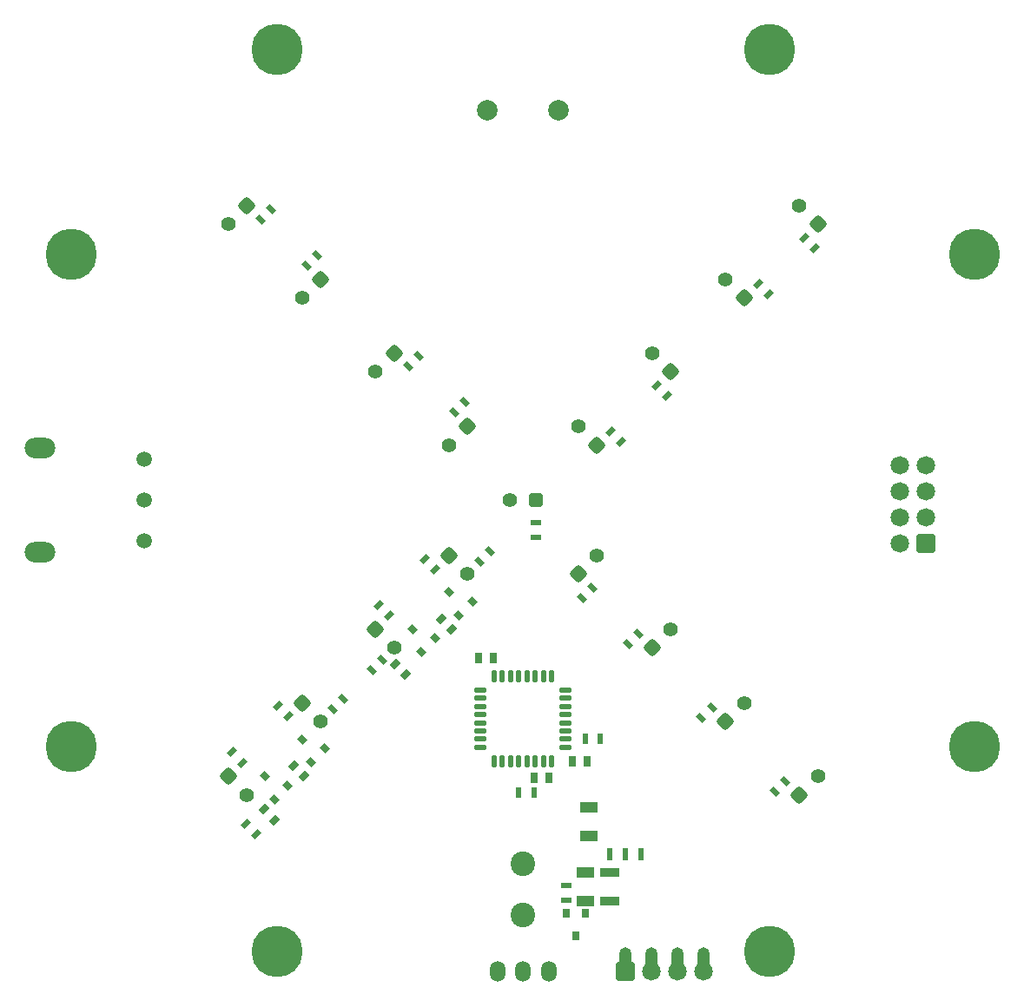
<source format=gbr>
%TF.GenerationSoftware,Altium Limited,Altium Designer,20.1.8 (145)*%
G04 Layer_Color=255*
%FSLAX45Y45*%
%MOMM*%
%TF.SameCoordinates,5961E689-EF10-4C47-967A-3E799B42680D*%
%TF.FilePolarity,Positive*%
%TF.FileFunction,Pads,Bot*%
%TF.Part,Single*%
G01*
G75*
%TA.AperFunction,SMDPad,CuDef*%
G04:AMPARAMS|DCode=10|XSize=1.25mm|YSize=3mm|CornerRadius=0.625mm|HoleSize=0mm|Usage=FLASHONLY|Rotation=0.000|XOffset=0mm|YOffset=0mm|HoleType=Round|Shape=RoundedRectangle|*
%AMROUNDEDRECTD10*
21,1,1.25000,1.75000,0,0,0.0*
21,1,0.00000,3.00000,0,0,0.0*
1,1,1.25000,0.00000,-0.87500*
1,1,1.25000,0.00000,-0.87500*
1,1,1.25000,0.00000,0.87500*
1,1,1.25000,0.00000,0.87500*
%
%ADD10ROUNDEDRECTD10*%
%TA.AperFunction,ComponentPad*%
%ADD13O,3.00000X2.00000*%
%ADD14C,1.50000*%
G04:AMPARAMS|DCode=15|XSize=1.8mm|YSize=1.8mm|CornerRadius=0.9mm|HoleSize=0mm|Usage=FLASHONLY|Rotation=90.000|XOffset=0mm|YOffset=0mm|HoleType=Round|Shape=RoundedRectangle|*
%AMROUNDEDRECTD15*
21,1,1.80000,0.00000,0,0,90.0*
21,1,0.00000,1.80000,0,0,90.0*
1,1,1.80000,0.00000,0.00000*
1,1,1.80000,0.00000,0.00000*
1,1,1.80000,0.00000,0.00000*
1,1,1.80000,0.00000,0.00000*
%
%ADD15ROUNDEDRECTD15*%
G04:AMPARAMS|DCode=16|XSize=1.8mm|YSize=1.8mm|CornerRadius=0.18mm|HoleSize=0mm|Usage=FLASHONLY|Rotation=90.000|XOffset=0mm|YOffset=0mm|HoleType=Round|Shape=RoundedRectangle|*
%AMROUNDEDRECTD16*
21,1,1.80000,1.44000,0,0,90.0*
21,1,1.44000,1.80000,0,0,90.0*
1,1,0.36000,0.72000,0.72000*
1,1,0.36000,0.72000,-0.72000*
1,1,0.36000,-0.72000,-0.72000*
1,1,0.36000,-0.72000,0.72000*
%
%ADD16ROUNDEDRECTD16*%
%TA.AperFunction,ViaPad*%
%ADD17C,5.00000*%
%TA.AperFunction,ComponentPad*%
G04:AMPARAMS|DCode=18|XSize=1.5mm|YSize=2mm|CornerRadius=0.75mm|HoleSize=0mm|Usage=FLASHONLY|Rotation=180.000|XOffset=0mm|YOffset=0mm|HoleType=Round|Shape=RoundedRectangle|*
%AMROUNDEDRECTD18*
21,1,1.50000,0.50000,0,0,180.0*
21,1,0.00000,2.00000,0,0,180.0*
1,1,1.50000,0.00000,0.25000*
1,1,1.50000,0.00000,0.25000*
1,1,1.50000,0.00000,-0.25000*
1,1,1.50000,0.00000,-0.25000*
%
%ADD18ROUNDEDRECTD18*%
G04:AMPARAMS|DCode=19|XSize=1.8mm|YSize=1.8mm|CornerRadius=0.18mm|HoleSize=0mm|Usage=FLASHONLY|Rotation=0.000|XOffset=0mm|YOffset=0mm|HoleType=Round|Shape=RoundedRectangle|*
%AMROUNDEDRECTD19*
21,1,1.80000,1.44000,0,0,0.0*
21,1,1.44000,1.80000,0,0,0.0*
1,1,0.36000,0.72000,-0.72000*
1,1,0.36000,-0.72000,-0.72000*
1,1,0.36000,-0.72000,0.72000*
1,1,0.36000,0.72000,0.72000*
%
%ADD19ROUNDEDRECTD19*%
G04:AMPARAMS|DCode=20|XSize=1.8mm|YSize=1.8mm|CornerRadius=0.9mm|HoleSize=0mm|Usage=FLASHONLY|Rotation=0.000|XOffset=0mm|YOffset=0mm|HoleType=Round|Shape=RoundedRectangle|*
%AMROUNDEDRECTD20*
21,1,1.80000,0.00000,0,0,0.0*
21,1,0.00000,1.80000,0,0,0.0*
1,1,1.80000,0.00000,0.00000*
1,1,1.80000,0.00000,0.00000*
1,1,1.80000,0.00000,0.00000*
1,1,1.80000,0.00000,0.00000*
%
%ADD20ROUNDEDRECTD20*%
%ADD21C,2.40000*%
%ADD22C,2.00000*%
%ADD23C,1.40000*%
G04:AMPARAMS|DCode=24|XSize=1.4mm|YSize=1.4mm|CornerRadius=0.35mm|HoleSize=0mm|Usage=FLASHONLY|Rotation=315.000|XOffset=0mm|YOffset=0mm|HoleType=Round|Shape=RoundedRectangle|*
%AMROUNDEDRECTD24*
21,1,1.40000,0.70000,0,0,315.0*
21,1,0.70000,1.40000,0,0,315.0*
1,1,0.70000,0.00000,-0.49498*
1,1,0.70000,-0.49498,0.00000*
1,1,0.70000,0.00000,0.49498*
1,1,0.70000,0.49498,0.00000*
%
%ADD24ROUNDEDRECTD24*%
G04:AMPARAMS|DCode=25|XSize=1.4mm|YSize=1.4mm|CornerRadius=0.35mm|HoleSize=0mm|Usage=FLASHONLY|Rotation=90.000|XOffset=0mm|YOffset=0mm|HoleType=Round|Shape=RoundedRectangle|*
%AMROUNDEDRECTD25*
21,1,1.40000,0.70000,0,0,90.0*
21,1,0.70000,1.40000,0,0,90.0*
1,1,0.70000,0.35000,0.35000*
1,1,0.70000,0.35000,-0.35000*
1,1,0.70000,-0.35000,-0.35000*
1,1,0.70000,-0.35000,0.35000*
%
%ADD25ROUNDEDRECTD25*%
G04:AMPARAMS|DCode=26|XSize=1.4mm|YSize=1.4mm|CornerRadius=0.35mm|HoleSize=0mm|Usage=FLASHONLY|Rotation=45.000|XOffset=0mm|YOffset=0mm|HoleType=Round|Shape=RoundedRectangle|*
%AMROUNDEDRECTD26*
21,1,1.40000,0.70000,0,0,45.0*
21,1,0.70000,1.40000,0,0,45.0*
1,1,0.70000,0.49498,0.00000*
1,1,0.70000,0.00000,-0.49498*
1,1,0.70000,-0.49498,0.00000*
1,1,0.70000,0.00000,0.49498*
%
%ADD26ROUNDEDRECTD26*%
%TA.AperFunction,SMDPad,CuDef*%
G04:AMPARAMS|DCode=29|XSize=0.95mm|YSize=0.6mm|CornerRadius=0.003mm|HoleSize=0mm|Usage=FLASHONLY|Rotation=270.000|XOffset=0mm|YOffset=0mm|HoleType=Round|Shape=RoundedRectangle|*
%AMROUNDEDRECTD29*
21,1,0.95000,0.59400,0,0,270.0*
21,1,0.94400,0.60000,0,0,270.0*
1,1,0.00600,-0.29700,-0.47200*
1,1,0.00600,-0.29700,0.47200*
1,1,0.00600,0.29700,0.47200*
1,1,0.00600,0.29700,-0.47200*
%
%ADD29ROUNDEDRECTD29*%
%ADD30O,0.50000X1.25000*%
%ADD31O,1.25000X0.50000*%
G04:AMPARAMS|DCode=32|XSize=0.95mm|YSize=0.55mm|CornerRadius=0.00275mm|HoleSize=0mm|Usage=FLASHONLY|Rotation=90.000|XOffset=0mm|YOffset=0mm|HoleType=Round|Shape=RoundedRectangle|*
%AMROUNDEDRECTD32*
21,1,0.95000,0.54450,0,0,90.0*
21,1,0.94450,0.55000,0,0,90.0*
1,1,0.00550,0.27225,0.47225*
1,1,0.00550,0.27225,-0.47225*
1,1,0.00550,-0.27225,-0.47225*
1,1,0.00550,-0.27225,0.47225*
%
%ADD32ROUNDEDRECTD32*%
G04:AMPARAMS|DCode=33|XSize=1.9mm|YSize=0.9mm|CornerRadius=0.0045mm|HoleSize=0mm|Usage=FLASHONLY|Rotation=0.000|XOffset=0mm|YOffset=0mm|HoleType=Round|Shape=RoundedRectangle|*
%AMROUNDEDRECTD33*
21,1,1.90000,0.89100,0,0,0.0*
21,1,1.89100,0.90000,0,0,0.0*
1,1,0.00900,0.94550,-0.44550*
1,1,0.00900,-0.94550,-0.44550*
1,1,0.00900,-0.94550,0.44550*
1,1,0.00900,0.94550,0.44550*
%
%ADD33ROUNDEDRECTD33*%
G04:AMPARAMS|DCode=34|XSize=1.65mm|YSize=0.95mm|CornerRadius=0.00475mm|HoleSize=0mm|Usage=FLASHONLY|Rotation=180.000|XOffset=0mm|YOffset=0mm|HoleType=Round|Shape=RoundedRectangle|*
%AMROUNDEDRECTD34*
21,1,1.65000,0.94050,0,0,180.0*
21,1,1.64050,0.95000,0,0,180.0*
1,1,0.00950,-0.82025,0.47025*
1,1,0.00950,0.82025,0.47025*
1,1,0.00950,0.82025,-0.47025*
1,1,0.00950,-0.82025,-0.47025*
%
%ADD34ROUNDEDRECTD34*%
G04:AMPARAMS|DCode=35|XSize=0.5mm|YSize=1.2mm|CornerRadius=0.0025mm|HoleSize=0mm|Usage=FLASHONLY|Rotation=0.000|XOffset=0mm|YOffset=0mm|HoleType=Round|Shape=RoundedRectangle|*
%AMROUNDEDRECTD35*
21,1,0.50000,1.19500,0,0,0.0*
21,1,0.49500,1.20000,0,0,0.0*
1,1,0.00500,0.24750,-0.59750*
1,1,0.00500,-0.24750,-0.59750*
1,1,0.00500,-0.24750,0.59750*
1,1,0.00500,0.24750,0.59750*
%
%ADD35ROUNDEDRECTD35*%
G04:AMPARAMS|DCode=36|XSize=0.6mm|YSize=0.8mm|CornerRadius=0.003mm|HoleSize=0mm|Usage=FLASHONLY|Rotation=180.000|XOffset=0mm|YOffset=0mm|HoleType=Round|Shape=RoundedRectangle|*
%AMROUNDEDRECTD36*
21,1,0.60000,0.79400,0,0,180.0*
21,1,0.59400,0.80000,0,0,180.0*
1,1,0.00600,-0.29700,0.39700*
1,1,0.00600,0.29700,0.39700*
1,1,0.00600,0.29700,-0.39700*
1,1,0.00600,-0.29700,-0.39700*
%
%ADD36ROUNDEDRECTD36*%
G04:AMPARAMS|DCode=37|XSize=0.6mm|YSize=0.8mm|CornerRadius=0.003mm|HoleSize=0mm|Usage=FLASHONLY|Rotation=45.000|XOffset=0mm|YOffset=0mm|HoleType=Round|Shape=RoundedRectangle|*
%AMROUNDEDRECTD37*
21,1,0.60000,0.79400,0,0,45.0*
21,1,0.59400,0.80000,0,0,45.0*
1,1,0.00600,0.49073,-0.07071*
1,1,0.00600,0.07071,-0.49073*
1,1,0.00600,-0.49073,0.07071*
1,1,0.00600,-0.07071,0.49073*
%
%ADD37ROUNDEDRECTD37*%
G04:AMPARAMS|DCode=38|XSize=0.95mm|YSize=0.55mm|CornerRadius=0.00275mm|HoleSize=0mm|Usage=FLASHONLY|Rotation=135.000|XOffset=0mm|YOffset=0mm|HoleType=Round|Shape=RoundedRectangle|*
%AMROUNDEDRECTD38*
21,1,0.95000,0.54450,0,0,135.0*
21,1,0.94450,0.55000,0,0,135.0*
1,1,0.00550,-0.14142,0.52644*
1,1,0.00550,0.52644,-0.14142*
1,1,0.00550,0.14142,-0.52644*
1,1,0.00550,-0.52644,0.14142*
%
%ADD38ROUNDEDRECTD38*%
G04:AMPARAMS|DCode=39|XSize=0.95mm|YSize=0.55mm|CornerRadius=0.00275mm|HoleSize=0mm|Usage=FLASHONLY|Rotation=45.000|XOffset=0mm|YOffset=0mm|HoleType=Round|Shape=RoundedRectangle|*
%AMROUNDEDRECTD39*
21,1,0.95000,0.54450,0,0,45.0*
21,1,0.94450,0.55000,0,0,45.0*
1,1,0.00550,0.52644,0.14142*
1,1,0.00550,-0.14142,-0.52644*
1,1,0.00550,-0.52644,-0.14142*
1,1,0.00550,0.14142,0.52644*
%
%ADD39ROUNDEDRECTD39*%
G04:AMPARAMS|DCode=40|XSize=0.95mm|YSize=0.55mm|CornerRadius=0.00275mm|HoleSize=0mm|Usage=FLASHONLY|Rotation=0.000|XOffset=0mm|YOffset=0mm|HoleType=Round|Shape=RoundedRectangle|*
%AMROUNDEDRECTD40*
21,1,0.95000,0.54450,0,0,0.0*
21,1,0.94450,0.55000,0,0,0.0*
1,1,0.00550,0.47225,-0.27225*
1,1,0.00550,-0.47225,-0.27225*
1,1,0.00550,-0.47225,0.27225*
1,1,0.00550,0.47225,0.27225*
%
%ADD40ROUNDEDRECTD40*%
G04:AMPARAMS|DCode=41|XSize=0.95mm|YSize=0.6mm|CornerRadius=0.003mm|HoleSize=0mm|Usage=FLASHONLY|Rotation=45.000|XOffset=0mm|YOffset=0mm|HoleType=Round|Shape=RoundedRectangle|*
%AMROUNDEDRECTD41*
21,1,0.95000,0.59400,0,0,45.0*
21,1,0.94400,0.60000,0,0,45.0*
1,1,0.00600,0.54377,0.12374*
1,1,0.00600,-0.12374,-0.54377*
1,1,0.00600,-0.54377,-0.12374*
1,1,0.00600,0.12374,0.54377*
%
%ADD41ROUNDEDRECTD41*%
D10*
X1760929Y-4513351D02*
D03*
X1506929D02*
D03*
X1252929D02*
D03*
X998929D02*
D03*
D13*
X-4710139Y-510000D02*
D03*
Y510000D02*
D03*
D14*
X-3690139Y400000D02*
D03*
Y0D02*
D03*
Y-400000D02*
D03*
D15*
X3673000Y339494D02*
D03*
Y85494D02*
D03*
X3673000Y-168506D02*
D03*
X3673000Y-422506D02*
D03*
X3927000Y339494D02*
D03*
Y85494D02*
D03*
Y-168506D02*
D03*
D16*
Y-422506D02*
D03*
D17*
X2400000Y-4400000D02*
D03*
X-2400000D02*
D03*
X4400000Y-2400000D02*
D03*
Y2400000D02*
D03*
X-4400000Y-2400000D02*
D03*
Y2400000D02*
D03*
X-2400000Y4400000D02*
D03*
X2400000D02*
D03*
D18*
X250000Y-4593351D02*
D03*
X0D02*
D03*
X-250000D02*
D03*
D19*
X998929D02*
D03*
D20*
X1252929D02*
D03*
X1506929D02*
D03*
X1760929D02*
D03*
D21*
X0Y-3544310D02*
D03*
Y-4044310D02*
D03*
D22*
X-350000Y3800000D02*
D03*
X350000D02*
D03*
D23*
X2873682Y-2694077D02*
D03*
X2155261Y-1975656D02*
D03*
X1436841Y-1257236D02*
D03*
X718420Y-538816D02*
D03*
X-127000Y0D02*
D03*
X2694077Y2873682D02*
D03*
X1975656Y2155261D02*
D03*
X538816Y718420D02*
D03*
X1257236Y1436841D02*
D03*
X-718420Y538816D02*
D03*
X-2873682Y2694077D02*
D03*
X-2155261Y1975656D02*
D03*
X-1436841Y1257236D02*
D03*
X-2694077Y-2873682D02*
D03*
X-1975656Y-2155261D02*
D03*
X-538816Y-718420D02*
D03*
X-1257236Y-1436841D02*
D03*
D24*
X2694077Y-2873682D02*
D03*
X1975656Y-2155261D02*
D03*
X1257236Y-1436841D02*
D03*
X538816Y-718420D02*
D03*
X-538816Y718420D02*
D03*
X-2694077Y2873682D02*
D03*
X-1975656Y2155261D02*
D03*
X-1257236Y1436841D02*
D03*
D25*
X127000Y0D02*
D03*
D26*
X2873682Y2694077D02*
D03*
X2155261Y1975656D02*
D03*
X718420Y538816D02*
D03*
X1436841Y1257236D02*
D03*
X-2873682Y-2694077D02*
D03*
X-2155261Y-1975656D02*
D03*
X-718420Y-538816D02*
D03*
X-1436841Y-1257236D02*
D03*
D29*
X-290754Y-1540664D02*
D03*
X-435754D02*
D03*
X105479Y-2707709D02*
D03*
X250479D02*
D03*
X484469Y-2543015D02*
D03*
X629469D02*
D03*
D30*
X279979Y-2543016D02*
D03*
X199979D02*
D03*
X119979D02*
D03*
X39979D02*
D03*
X-40021D02*
D03*
X-120021D02*
D03*
X-200021D02*
D03*
X-280021D02*
D03*
Y-1718016D02*
D03*
X-200021D02*
D03*
X-120021D02*
D03*
X-40021D02*
D03*
X39979D02*
D03*
X119979D02*
D03*
X199979D02*
D03*
X279979D02*
D03*
D31*
X-412521Y-2410516D02*
D03*
Y-2330516D02*
D03*
Y-2250516D02*
D03*
Y-2170516D02*
D03*
Y-2090516D02*
D03*
Y-2010516D02*
D03*
Y-1930516D02*
D03*
Y-1850516D02*
D03*
X412479D02*
D03*
Y-1930516D02*
D03*
Y-2010516D02*
D03*
Y-2090516D02*
D03*
Y-2170516D02*
D03*
Y-2250516D02*
D03*
Y-2330516D02*
D03*
Y-2410516D02*
D03*
D32*
X104979Y-2855167D02*
D03*
X-40020D02*
D03*
X750489Y-2330516D02*
D03*
X605489D02*
D03*
D33*
X843849Y-3910808D02*
D03*
Y-3628808D02*
D03*
D34*
X608271Y-3630807D02*
D03*
Y-3910808D02*
D03*
X640696Y-2995913D02*
D03*
Y-3275913D02*
D03*
D35*
X848929Y-3455066D02*
D03*
X998929Y-3455067D02*
D03*
X1148929Y-3455066D02*
D03*
D36*
X418271Y-4028611D02*
D03*
X608271D02*
D03*
X513271Y-4248611D02*
D03*
D37*
X-2291733Y-2782465D02*
D03*
X-2426083Y-2916815D02*
D03*
X-2514472Y-2694077D02*
D03*
X-1932523Y-2423255D02*
D03*
X-2066873Y-2557605D02*
D03*
X-2155262Y-2334867D02*
D03*
X-854892Y-1345624D02*
D03*
X-989242Y-1479974D02*
D03*
X-1077631Y-1257236D02*
D03*
X-495682Y-986414D02*
D03*
X-630032Y-1120764D02*
D03*
X-718420Y-898026D02*
D03*
D38*
X-673519Y853124D02*
D03*
X-570988Y955655D02*
D03*
X-1020001Y1404668D02*
D03*
X-1122532Y1302137D02*
D03*
X-2110360Y2289965D02*
D03*
X-2007830Y2392496D02*
D03*
X-2456842Y2841509D02*
D03*
X-2559373Y2738978D02*
D03*
X673519Y-853124D02*
D03*
X570988Y-955655D02*
D03*
X1020001Y-1404668D02*
D03*
X1122532Y-1302137D02*
D03*
X2559373Y-2738978D02*
D03*
X2456842Y-2841509D02*
D03*
X1840953Y-2020558D02*
D03*
X1738422Y-2123088D02*
D03*
X-422072Y-601677D02*
D03*
X-319542Y-499147D02*
D03*
X-1476510Y-1656115D02*
D03*
X-1373979Y-1553584D02*
D03*
X-1858913Y-2038518D02*
D03*
X-1756383Y-1935987D02*
D03*
D39*
X853124Y673519D02*
D03*
X955655Y570988D02*
D03*
X1404668Y1020001D02*
D03*
X1302137Y1122532D02*
D03*
X2289965Y2110360D02*
D03*
X2392496Y2007830D02*
D03*
X2841509Y2456842D02*
D03*
X2738978Y2559373D02*
D03*
X-955655Y-570988D02*
D03*
X-853124Y-673519D02*
D03*
X-1302137Y-1122532D02*
D03*
X-1404668Y-1020001D02*
D03*
X-2392496Y-2007830D02*
D03*
X-2289965Y-2110360D02*
D03*
X-2738978Y-2559373D02*
D03*
X-2841509Y-2456842D02*
D03*
X-2600243Y-3254884D02*
D03*
X-2702774Y-3152354D02*
D03*
D40*
X127000Y-360900D02*
D03*
Y-215900D02*
D03*
X418271Y-3753097D02*
D03*
Y-3898097D02*
D03*
D41*
X-2132669Y-2693331D02*
D03*
X-2235200Y-2590800D02*
D03*
X-1142069Y-1702731D02*
D03*
X-1244600Y-1600200D02*
D03*
X-697569Y-1258231D02*
D03*
X-800100Y-1155700D02*
D03*
X-2422336Y-3118129D02*
D03*
X-2524866Y-3015598D02*
D03*
%TF.MD5,7f86a5e38ed7f8b31bea7eebc7d6e238*%
M02*

</source>
